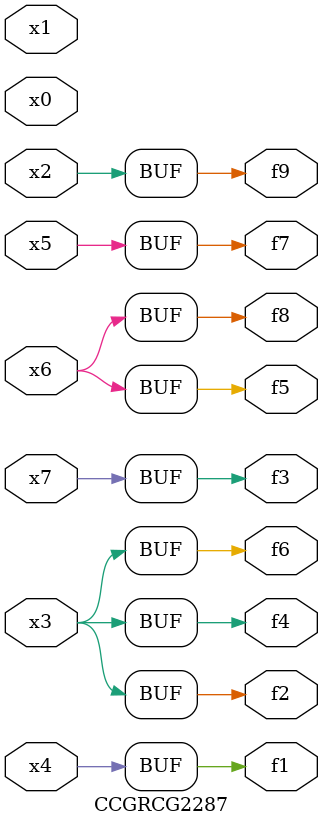
<source format=v>
module CCGRCG2287(
	input x0, x1, x2, x3, x4, x5, x6, x7,
	output f1, f2, f3, f4, f5, f6, f7, f8, f9
);
	assign f1 = x4;
	assign f2 = x3;
	assign f3 = x7;
	assign f4 = x3;
	assign f5 = x6;
	assign f6 = x3;
	assign f7 = x5;
	assign f8 = x6;
	assign f9 = x2;
endmodule

</source>
